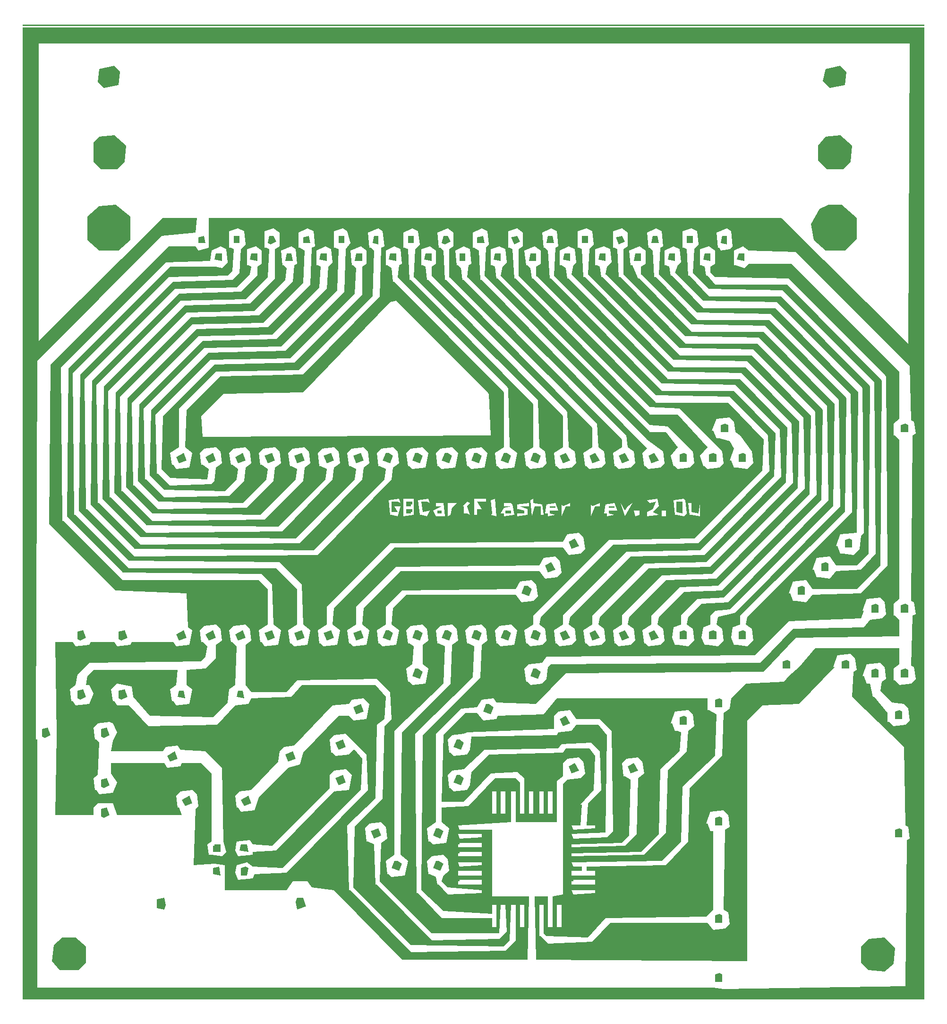
<source format=gbr>
G04 Created by reaConverter (www.reaconverter.com)*
%FSLAX44Y44*%
%MOIN*%
%ADD10C,0.001*%
%LNEXPORT*%
D02*
D10*
%LPD*%
G36*
X63750Y68750D02*
Y208D01*
X104D01*
Y68750D01*
X63750D01*
G37*
%LPC*%
G36*
X62708Y67604D02*
X1250D01*
Y46667D01*
X10000Y55312D01*
X12396D01*
X12292Y54271D01*
X9896Y54062D01*
X1146Y45208D01*
X1042Y19375D01*
Y18542D01*
X1146D01*
Y1042D01*
X48854D01*
X49583Y938D01*
X62396Y1146D01*
X62500Y11458D01*
X62708Y11562D01*
X62604Y12396D01*
X62396Y12500D01*
X62292Y18021D01*
X58646Y21562D01*
X58750Y23333D01*
X58958Y23438D01*
X58854Y24271D01*
X58542Y24583D01*
X57604Y24479D01*
X57292Y23646D01*
X57396D01*
X54896Y21042D01*
X52292Y20938D01*
X51250Y19896D01*
Y2917D01*
X36354Y3021D01*
X36250Y7500D01*
X37188D01*
Y5312D01*
X37500D01*
Y7500D01*
X38229Y7604D01*
Y15417D01*
X38542Y15729D01*
X39479Y15833D01*
X39792Y16146D01*
X39688Y16979D01*
X39375Y17292D01*
X38542Y17188D01*
X38229Y16875D01*
Y15938D01*
X37812Y15625D01*
Y12708D01*
X34896D01*
Y14896D01*
X34583D01*
Y12708D01*
X30833Y12500D01*
X30938Y12188D01*
X33229D01*
Y7500D01*
X35833D01*
X35729Y3021D01*
X26875D01*
X22083Y7917D01*
X20521Y8125D01*
X20208Y8542D01*
X19167D01*
X18750Y7917D01*
X14375D01*
Y9688D01*
X13646Y9792D01*
X12188Y9688D01*
X12292Y13646D01*
X12500Y13854D01*
X12396Y14688D01*
X12083Y15000D01*
X11250Y14896D01*
X10938Y14583D01*
X11042Y13750D01*
X11146D01*
X11354Y13229D01*
X6771D01*
X6458Y14062D01*
X5417D01*
X5104Y13750D01*
Y13229D01*
X2396D01*
X2500Y18854D01*
X2396Y25417D01*
X3646D01*
X3854Y25104D01*
X4792Y25208D01*
X4896Y25417D01*
X6562D01*
X6771Y25104D01*
X7708Y25208D01*
X7812Y25417D01*
X10729D01*
X10938Y25104D01*
X11875Y25208D01*
X12083Y26250D01*
X11771Y26458D01*
X11667Y28854D01*
X6667Y29062D01*
X1979Y33750D01*
X2083Y45000D01*
X10417Y53333D01*
X12292D01*
X12500Y53021D01*
X13229Y53229D01*
Y55312D01*
X53646D01*
X62604Y46458D01*
X62708Y67604D01*
G37*
%LPD*%
G36*
X49271Y2083D02*
X49479Y1979D01*
Y1458D01*
X48958D01*
Y1979D01*
X49271Y2083D01*
G37*
%LPC*%
G36*
X49583Y13542D02*
X48646Y13438D01*
X48333Y12604D01*
X48438D01*
X48646Y12083D01*
X48854D01*
Y6562D01*
X48333Y6042D01*
X41250Y5938D01*
X40000Y4583D01*
X37083Y4688D01*
X36875Y4896D01*
Y6875D01*
X36562D01*
Y4688D01*
X36667D01*
X37188Y4167D01*
X40312Y4271D01*
X41562Y5625D01*
X48438D01*
X48854Y5104D01*
X49688Y5208D01*
X50000Y5521D01*
X49896Y6354D01*
X49583Y6562D01*
X49688Y12188D01*
X50000Y12396D01*
X49896Y13229D01*
X49583Y13542D01*
G37*
%LPD*%
G36*
X49271Y6250D02*
X49479Y6146D01*
Y5625D01*
X48958D01*
Y6146D01*
X49271Y6250D01*
G37*
%LPD*%
G36*
X60938Y4583D02*
X61667Y3854D01*
X61562Y2708D01*
X60938Y2188D01*
X59792Y2292D01*
X59271Y2812D01*
Y3958D01*
X59792Y4479D01*
X60938Y4583D01*
G37*
%LPD*%
G36*
X3854Y4583D02*
X4583Y3958D01*
Y2812D01*
X4062Y2292D01*
X2708D01*
X2188Y2917D01*
X2292Y4062D01*
X2917Y4583D01*
X3854D01*
G37*
%LPC*%
G36*
X22917Y18958D02*
X22083Y18854D01*
X21771Y18542D01*
X21875Y17604D01*
X21979D01*
X22188Y17396D01*
X23125Y17500D01*
X23438Y17812D01*
X23542D01*
X24062Y17188D01*
X23958Y15000D01*
X18438Y9479D01*
X16354Y9583D01*
X15938Y9896D01*
X15208Y9688D01*
X15104Y9167D01*
X15312Y8646D01*
X16354Y8750D01*
X16458Y9062D01*
X18750Y9167D01*
X24479Y15000D01*
X24375Y17500D01*
X22917Y18958D01*
G37*
%LPD*%
G36*
X15833Y9583D02*
X16042Y9479D01*
X15938Y8958D01*
X15521D01*
Y9479D01*
X15833Y9583D01*
G37*
%LPC*%
G36*
X32500Y9271D02*
X30833D01*
Y8958D01*
X32500D01*
Y9271D01*
G37*
%LPD*%
G36*
X13958Y9583D02*
X14062Y8958D01*
X13542Y9062D01*
Y9479D01*
X13958Y9583D01*
G37*
%LPC*%
G36*
X40521Y8646D02*
X38958D01*
Y8542D01*
X38854D01*
Y8333D01*
X40521D01*
Y8646D01*
G37*
%LPC*%
G36*
X32500Y8646D02*
X30938D01*
Y8542D01*
X30833D01*
Y8333D01*
X32500D01*
Y8646D01*
G37*
%LPC*%
G36*
X40521Y7917D02*
X38854D01*
X38958Y7604D01*
X40521Y7708D01*
Y7917D01*
G37*
%LPD*%
G36*
X19896Y7396D02*
X20104Y6771D01*
X19479Y6562D01*
X19375Y7083D01*
X19479Y7396D01*
X19896D01*
G37*
%LPD*%
G36*
X10104Y7396D02*
X10208Y6875D01*
X10104Y6562D01*
X9583Y6667D01*
Y7292D01*
X10104Y7396D01*
G37*
%LPC*%
G36*
X38125Y6875D02*
X37812D01*
Y5312D01*
X38125D01*
Y6875D01*
G37*
%LPC*%
G36*
X35521Y6875D02*
X35208D01*
Y5312D01*
X35521D01*
Y6875D01*
G37*
%LPD*%
G36*
X61979Y12292D02*
X62188Y12188D01*
Y11667D01*
X61667D01*
Y12188D01*
X61979Y12292D01*
G37*
%LPC*%
G36*
X50938Y53333D02*
X50312Y53021D01*
Y51979D01*
X50417D01*
X51042Y51771D01*
X51354Y52083D01*
X54375D01*
X61979Y44479D01*
Y41146D01*
X61562Y40833D01*
Y40000D01*
X61667D01*
X61979Y39688D01*
Y28438D01*
X61562Y28125D01*
Y27292D01*
X61667D01*
X61979Y26979D01*
Y25833D01*
X54688Y25729D01*
X52396Y23333D01*
X38438Y23229D01*
X36354Y21042D01*
X33542Y21146D01*
X33333Y21458D01*
X32500Y21354D01*
X32188Y20833D01*
X31042Y20729D01*
X29271Y18958D01*
Y12708D01*
X28646Y12292D01*
X28750Y11354D01*
X28854D01*
X29062Y11146D01*
X30000Y11250D01*
X30208Y12292D01*
X29688Y12708D01*
Y13750D01*
X31562Y13854D01*
X33438Y15833D01*
X34896D01*
X35208Y15521D01*
Y13333D01*
X35521D01*
Y15833D01*
X35000Y16250D01*
X33125Y16146D01*
X31250Y14167D01*
X29688D01*
X29792Y18854D01*
X31354Y20417D01*
X32188D01*
X32604Y19896D01*
X33542Y20000D01*
X33646Y20208D01*
X36875Y20312D01*
X37812Y21458D01*
X48438D01*
Y20625D01*
X48542D01*
X49062Y20312D01*
X48958Y17396D01*
X46667Y15208D01*
X46562Y11354D01*
X45208Y10000D01*
X38854Y9896D01*
X38958Y9583D01*
X39583D01*
Y9271D01*
X38854D01*
Y8958D01*
X40521D01*
Y9271D01*
X39896D01*
Y9583D01*
X45521Y9688D01*
X47083Y11354D01*
X47188Y15104D01*
X49479Y17396D01*
X49583Y20417D01*
X50000Y20729D01*
X50104Y21458D01*
X51146Y22500D01*
X53854Y22604D01*
X54167Y23021D01*
X54896Y23646D01*
X56042Y25000D01*
X61979D01*
Y23854D01*
X61562Y23542D01*
Y22708D01*
X61667D01*
X61979Y22396D01*
X62812Y22500D01*
X63125Y22812D01*
X63021Y23646D01*
X62812Y23750D01*
X62917Y27292D01*
X63125Y27396D01*
X63021Y28229D01*
X62812Y28333D01*
X62917Y40000D01*
X63125Y40104D01*
X63021Y40938D01*
X62812Y41042D01*
X62708Y44896D01*
X54688Y52917D01*
X51354Y53021D01*
X50938Y53333D01*
G37*
%LPD*%
G36*
X29479Y12292D02*
X29792Y12083D01*
X29583Y11562D01*
X29062Y11771D01*
X29271Y12292D01*
X29479D01*
G37*
%LPC*%
G36*
X32500Y11875D02*
X30833D01*
X30938Y11562D01*
X32500Y11667D01*
Y11875D01*
G37*
%LPC*%
G36*
X25417Y12708D02*
X24583Y12604D01*
X24271Y12292D01*
X24375Y11354D01*
X24479D01*
X24896Y11146D01*
X25000Y8333D01*
X25104D01*
X28958Y4375D01*
X33750Y4479D01*
X34271Y5000D01*
X34167Y6875D01*
X33854D01*
X33750Y4896D01*
X28958D01*
X25312Y8542D01*
X25417Y11250D01*
X25833Y11562D01*
X25729Y12396D01*
X25417Y12708D01*
G37*
%LPD*%
G36*
X25208Y12292D02*
X25417Y11771D01*
X24896Y11562D01*
X24688Y12083D01*
X25208Y12292D01*
G37*
%LPC*%
G36*
X32500Y11250D02*
X30938D01*
Y11146D01*
X30833D01*
Y10938D01*
X32500D01*
Y11250D01*
G37*
%LPC*%
G36*
X22917Y16458D02*
X22083Y16354D01*
X21771Y16042D01*
Y15104D01*
X17708Y11042D01*
X16354Y11146D01*
X16146Y11458D01*
X15208Y11354D01*
X15104Y10729D01*
X15312Y10312D01*
X16354Y10417D01*
Y10625D01*
X18021Y10729D01*
X22083Y14896D01*
X23125Y15000D01*
X23333Y16042D01*
X22917Y16458D01*
G37*
%LPD*%
G36*
X15938Y11146D02*
X16042Y10625D01*
X15417Y10729D01*
X15521Y11146D01*
X15938D01*
G37*
%LPC*%
G36*
X6250Y19792D02*
X5417Y19688D01*
X5104Y19375D01*
X5208Y18542D01*
X5312D01*
X5521Y18333D01*
X5417Y16042D01*
X5104Y15833D01*
X5208Y15000D01*
X5312D01*
X5521Y14688D01*
X6458Y14792D01*
X6771Y15521D01*
X6354Y16146D01*
Y16875D01*
X10104D01*
X10312Y16562D01*
X11250Y16667D01*
X11354Y16875D01*
X12708D01*
X13438Y16146D01*
Y11354D01*
X13125Y11146D01*
X13229Y10417D01*
X13438D01*
X14167Y10312D01*
X14479Y10625D01*
X14271Y11354D01*
X14167Y16562D01*
X13021Y17708D01*
X11250Y17812D01*
X11042Y18125D01*
X10208Y18021D01*
X10000Y17708D01*
X6354D01*
X6458Y18438D01*
X6771Y19062D01*
X6458Y19688D01*
X6250Y19792D01*
G37*
%LPD*%
G36*
X14062Y11146D02*
Y10625D01*
X13542D01*
Y11042D01*
X13646D01*
Y11146D01*
X14062D01*
G37*
%LPC*%
G36*
X32500Y10625D02*
X30938D01*
Y10521D01*
X30833D01*
Y10312D01*
X32500D01*
Y10625D01*
G37*
%LPC*%
G36*
X29792Y10417D02*
X28958Y10312D01*
X28646Y10000D01*
X28750Y9062D01*
X28854D01*
X29271Y8854D01*
X29375Y8333D01*
X29479D01*
X30104Y7604D01*
X32500Y7708D01*
Y7917D01*
X30104Y8125D01*
X29688Y8542D01*
X29792Y8958D01*
X30208Y9271D01*
X30104Y10104D01*
X29792Y10417D01*
G37*
%LPD*%
G36*
X29479Y10000D02*
X29792Y9792D01*
X29583Y9271D01*
X29062Y9479D01*
X29271Y10000D01*
X29479D01*
G37*
%LPC*%
G36*
X30417Y26667D02*
X29583Y26562D01*
X29271Y26250D01*
X29375Y25312D01*
X29479D01*
X29896Y25104D01*
X29792Y22500D01*
X26354Y19167D01*
Y10417D01*
X25729Y10000D01*
X25833Y9062D01*
X25938D01*
X26146Y8854D01*
X27083Y8958D01*
X27292Y10000D01*
X26771Y10417D01*
X26875Y19062D01*
X30312Y22500D01*
X30417Y25208D01*
X30833Y25521D01*
X30729Y26354D01*
X30417Y26667D01*
G37*
%LPD*%
G36*
X26562Y10000D02*
X26875Y9792D01*
X26667Y9271D01*
X26146Y9479D01*
X26354Y10000D01*
X26562D01*
G37*
%LPC*%
G36*
X32500Y9896D02*
X30833D01*
X30938Y9583D01*
X32500Y9688D01*
Y9896D01*
G37*
%LPC*%
G36*
X40208Y18333D02*
X38125Y18229D01*
X37917Y17917D01*
X32708Y17812D01*
X31250Y16458D01*
X30417Y16354D01*
X30104Y16042D01*
X30208Y15104D01*
X30312D01*
X30521Y14896D01*
X31458Y15000D01*
X31667Y15312D01*
X31771Y16250D01*
X33021Y17500D01*
X38229Y17604D01*
X38438Y17917D01*
X40104D01*
X40521Y17396D01*
X40417Y15000D01*
X39479Y13958D01*
X39583D01*
X39479Y12500D01*
X38854D01*
X38958Y12188D01*
X40521Y12292D01*
Y12500D01*
X39896D01*
X40000Y14062D01*
X40938Y15000D01*
X40833Y17708D01*
X40208Y18333D01*
G37*
%LPD*%
G36*
X30938Y16042D02*
X31250Y15833D01*
X31042Y15312D01*
X30521Y15521D01*
X30729Y16042D01*
X30938D01*
G37*
%LPD*%
G36*
X22708Y16042D02*
X22917Y15521D01*
X22396Y15312D01*
X22188Y15833D01*
X22708Y16042D01*
G37*
%LPD*%
G36*
X6042Y15833D02*
X6250Y15312D01*
X5833Y15104D01*
X5625Y15208D01*
Y15729D01*
X6042Y15833D01*
G37*
%LPC*%
G36*
X24167Y21458D02*
X23333Y21354D01*
X23125Y21042D01*
X21979Y20938D01*
X19271Y18125D01*
X18542Y18021D01*
X18229Y17708D01*
X18125Y16979D01*
X16250Y15000D01*
X15417Y14896D01*
X15104Y14583D01*
X15208Y13750D01*
X15312D01*
X15521Y13438D01*
X16458Y13542D01*
X16771Y14479D01*
X18854Y16562D01*
X19688Y16771D01*
X19896Y17604D01*
X22396Y20208D01*
X23125D01*
X23438Y19896D01*
X24375Y20000D01*
X24583Y21042D01*
X24167Y21458D01*
G37*
%LPD*%
G36*
X16042Y14583D02*
X16250Y14062D01*
X15729Y13854D01*
X15521Y14271D01*
X16042Y14583D01*
G37*
%LPD*%
G36*
X11875Y14583D02*
X12083Y14062D01*
X11562Y13854D01*
X11354Y14271D01*
X11875Y14583D01*
G37*
%LPC*%
G36*
X37500Y14896D02*
X37188D01*
Y13333D01*
X37500D01*
Y14896D01*
G37*
%LPC*%
G36*
X36875Y14896D02*
X36562D01*
Y13333D01*
X36875D01*
Y14896D01*
G37*
%LPC*%
G36*
X36146Y14896D02*
X35833D01*
Y13333D01*
X36146D01*
Y14896D01*
G37*
%LPC*%
G36*
X34167Y14896D02*
X33854D01*
Y13333D01*
X34167D01*
Y14896D01*
G37*
%LPC*%
G36*
X33542Y14896D02*
X33229D01*
Y13333D01*
X33542D01*
Y14896D01*
G37*
%LPD*%
G36*
X49271Y13125D02*
X49479Y13021D01*
Y12500D01*
X48958D01*
Y13021D01*
X49271Y13125D01*
G37*
%LPD*%
G36*
X6042Y13750D02*
X6250Y13229D01*
X5833Y13021D01*
X5625Y13125D01*
Y13646D01*
X6042Y13750D01*
G37*
%LPD*%
G36*
X6042Y19375D02*
X6250Y18854D01*
X5833Y18646D01*
X5625Y18750D01*
Y19271D01*
X6042Y19375D01*
G37*
%LPD*%
G36*
X1875Y19375D02*
X2083Y18854D01*
X1667Y18646D01*
X1458Y18750D01*
Y19271D01*
X1875Y19375D01*
G37*
%LPC*%
G36*
X38750Y20625D02*
X37917Y20521D01*
X37604Y20208D01*
Y19271D01*
X31458Y19062D01*
X31250Y18958D01*
X30417Y18854D01*
X30104Y18542D01*
X30208Y17604D01*
X30312D01*
X30521Y17396D01*
X31458Y17500D01*
X31667Y17812D01*
X31771Y18750D01*
X37812Y18854D01*
X37917Y19062D01*
X38854Y19167D01*
X39167Y19583D01*
X40729D01*
X41354Y18854D01*
X41250Y11979D01*
X38854Y11875D01*
X38958Y11562D01*
X41354Y11667D01*
X41771Y12083D01*
X41667Y19167D01*
X40833Y20000D01*
X39167D01*
X38750Y20625D01*
G37*
%LPD*%
G36*
X30938Y18542D02*
X31250Y18333D01*
X31042Y17812D01*
X30521Y18021D01*
X30729Y18542D01*
X30938D01*
G37*
%LPD*%
G36*
X22708Y18542D02*
X22917Y18021D01*
X22396Y17812D01*
X22188Y18333D01*
X22708Y18542D01*
G37*
%LPD*%
G36*
X19167Y17708D02*
X19375Y17188D01*
X18854Y16979D01*
X18646Y17500D01*
X19167Y17708D01*
G37*
%LPD*%
G36*
X10833Y17708D02*
X11042Y17188D01*
X10521Y16979D01*
X10312Y17396D01*
X10833Y17708D01*
G37*
%LPC*%
G36*
X43542Y17292D02*
X42708Y17188D01*
X42396Y16875D01*
X42500Y15938D01*
X42604D01*
X43021Y15729D01*
X42917Y11771D01*
X42396Y11250D01*
X38854Y11146D01*
Y10938D01*
X42604Y11042D01*
X43438Y11875D01*
X43542Y15833D01*
X43958Y16146D01*
X43854Y16979D01*
X43542Y17292D01*
G37*
%LPD*%
G36*
X43229Y16875D02*
X43542Y16354D01*
X43021Y16146D01*
X42812Y16667D01*
X43229Y16875D01*
G37*
%LPD*%
G36*
X39062Y16875D02*
X39375Y16354D01*
X38854Y16146D01*
X38646Y16667D01*
X39062Y16875D01*
G37*
%LPC*%
G36*
X15833Y26667D02*
X15000Y26562D01*
X14688Y26250D01*
X14792Y25417D01*
X14896D01*
X15208Y25104D01*
X15104Y22396D01*
X14688Y22083D01*
X14583Y21146D01*
X13542Y20104D01*
X9062Y20208D01*
X7917Y21562D01*
X7812Y22292D01*
X6771Y22500D01*
X6354Y22083D01*
X6458Y21250D01*
X6562D01*
X6771Y20938D01*
X7604D01*
X8958Y19479D01*
X13854Y19583D01*
X15104Y20938D01*
X16042Y21042D01*
X16250Y21458D01*
X19062Y21562D01*
X19792Y22396D01*
X25000D01*
X25729Y21562D01*
X25625Y20000D01*
X25104Y19583D01*
X25000Y14375D01*
X23021Y12500D01*
X23125Y7917D01*
X23229D01*
X27500Y3542D01*
X34167Y3646D01*
X34896Y4375D01*
Y6875D01*
X34583D01*
X34479Y4375D01*
X34062Y3958D01*
X27500Y4062D01*
X23438Y8125D01*
X23542Y12396D01*
X25521Y14375D01*
X25625Y19479D01*
X26146Y20000D01*
X26042Y21875D01*
X25104Y22812D01*
X19479Y22708D01*
X18750Y21875D01*
X16250D01*
X15833Y22396D01*
Y25208D01*
X16250Y25521D01*
X16146Y26354D01*
X15833Y26667D01*
G37*
%LPD*%
G36*
X15625Y21979D02*
X15729Y21458D01*
X15208Y21562D01*
X15312Y21979D01*
X15625D01*
G37*
%LPC*%
G36*
X13750Y26667D02*
X12917Y26562D01*
X12604Y26250D01*
X12708Y25417D01*
X12812D01*
X13125Y25104D01*
X13021Y24375D01*
X12708Y24062D01*
X4792Y23958D01*
X3958Y23125D01*
X3854Y22396D01*
X3438Y22083D01*
X3542Y21250D01*
X3646D01*
X3854Y20938D01*
X4792Y21042D01*
X5104Y21771D01*
X4792Y22396D01*
X4583D01*
X4688Y23021D01*
X5104Y23438D01*
X11042D01*
X10938Y22396D01*
X10521Y22083D01*
X10625Y21250D01*
X10729D01*
X10938Y20938D01*
X11875Y21042D01*
X12083Y22083D01*
X11667Y22396D01*
Y23438D01*
X13021Y23542D01*
X13750Y24271D01*
Y25208D01*
X14167Y25521D01*
X14062Y26354D01*
X13750Y26667D01*
G37*
%LPD*%
G36*
X11458Y21979D02*
X11562Y21458D01*
X11042Y21562D01*
X11146Y21979D01*
X11458D01*
G37*
%LPD*%
G36*
X49271Y21458D02*
X49479Y21354D01*
Y20833D01*
X48958D01*
Y21354D01*
X49271Y21458D01*
G37*
%LPD*%
G36*
X7292Y22083D02*
X7500Y21562D01*
X7083Y21354D01*
X6875Y21458D01*
Y21979D01*
X7292Y22083D01*
G37*
%LPD*%
G36*
X4375Y22083D02*
X4583Y21562D01*
X4167Y21354D01*
X3958Y21458D01*
Y21979D01*
X4375Y22083D01*
G37*
%LPD*%
G36*
X33021Y21042D02*
X33333Y20833D01*
X33125Y20312D01*
X32604Y20521D01*
X32812Y21042D01*
X33021D01*
G37*
%LPC*%
G36*
X60625Y23958D02*
X59688Y23854D01*
X59375Y23021D01*
X59479D01*
X59688Y22500D01*
X59896D01*
X60104Y21562D01*
X60208D01*
X61146Y20417D01*
Y19792D01*
X61250D01*
X61562Y19479D01*
X62396Y19583D01*
X62708Y19896D01*
X62604Y20729D01*
X62292Y21042D01*
X61458Y21146D01*
X60625Y21979D01*
X60729Y22604D01*
X61042Y22812D01*
X60938Y23646D01*
X60625Y23958D01*
G37*
%LPD*%
G36*
X61979Y20625D02*
X62188Y20521D01*
Y20000D01*
X61667D01*
Y20521D01*
X61979Y20625D01*
G37*
%LPD*%
G36*
X23958Y21042D02*
X24167Y20521D01*
X23646Y20312D01*
X23438Y20833D01*
X23958Y21042D01*
G37*
%LPC*%
G36*
X47083Y20625D02*
X46146Y20521D01*
X45833Y19688D01*
X45938D01*
X46146Y19167D01*
X46354D01*
X46562Y19062D01*
X46458Y17708D01*
X45104Y16458D01*
X45000Y11875D01*
X43750Y10625D01*
X38854Y10521D01*
Y10312D01*
X43958Y10417D01*
X45521Y11979D01*
X45625Y16354D01*
X46979Y17708D01*
X47083Y19167D01*
X47500Y19479D01*
X47396Y20312D01*
X47083Y20625D01*
G37*
%LPD*%
G36*
X46771Y20208D02*
X46979Y20104D01*
Y19583D01*
X46458D01*
Y20104D01*
X46771Y20208D01*
G37*
%LPD*%
G36*
X38438Y20208D02*
X38750Y19688D01*
X38229Y19479D01*
X38021Y20000D01*
X38438Y20208D01*
G37*
%LPC*%
G36*
X44792Y54583D02*
X44167Y54271D01*
X44271Y53229D01*
X44375D01*
X44583Y53021D01*
X44688Y51146D01*
X44792D01*
X47708Y48125D01*
X52812D01*
X58229Y42604D01*
X58125Y34583D01*
X50729Y27292D01*
Y26667D01*
X50208Y26458D01*
X50104Y25729D01*
X50312Y25208D01*
X50521D01*
X51250Y25104D01*
X51667Y25521D01*
X51562Y26354D01*
X51146Y26667D01*
X51250Y27188D01*
X58646Y34583D01*
X58542Y42917D01*
X52917Y48542D01*
X47708Y48646D01*
X45000Y51354D01*
X45104Y53229D01*
X45312Y53333D01*
X45208Y54375D01*
X44792Y54583D01*
G37*
%LPD*%
G36*
X50938Y26250D02*
X51146Y26146D01*
Y25625D01*
X50625D01*
Y26146D01*
X50938Y26250D01*
G37*
%LPC*%
G36*
X43646Y53333D02*
X42917Y53021D01*
X43021Y51979D01*
X43125D01*
X43542Y51042D01*
X43646D01*
X47292Y47292D01*
X52396D01*
X57396Y42188D01*
X57292Y35000D01*
X50000Y27708D01*
X48958Y27604D01*
X48646Y27292D01*
Y26667D01*
X48125Y26458D01*
X48021Y25729D01*
X48229Y25208D01*
X48438D01*
X49167Y25104D01*
X49583Y25521D01*
X49479Y26354D01*
X49062Y26667D01*
X49167Y27188D01*
X50417Y27500D01*
X57812Y35000D01*
X57708Y42500D01*
X52500Y47708D01*
X47292Y47812D01*
X43750Y51354D01*
Y51875D01*
X44062Y52083D01*
Y53021D01*
X43646Y53333D01*
G37*
%LPD*%
G36*
X48854Y26250D02*
X49062Y26146D01*
Y25625D01*
X48542D01*
Y26146D01*
X48854Y26250D01*
G37*
%LPC*%
G36*
X42396Y54583D02*
X41771Y54375D01*
Y53229D01*
X41875D01*
X42083Y53125D01*
X42188Y51146D01*
X42292D01*
X46875Y46458D01*
X51979D01*
X56562Y41771D01*
X56458Y35417D01*
X49583Y28542D01*
X47708Y28438D01*
X46562Y27292D01*
Y26667D01*
X46042Y26458D01*
X45938Y25729D01*
X46146Y25208D01*
X46354D01*
X47083Y25104D01*
X47500Y25521D01*
X47396Y26354D01*
X46979Y26667D01*
X47083Y27188D01*
X48021Y28125D01*
X49896Y28229D01*
X56979Y35417D01*
X56875Y42083D01*
X52083Y46875D01*
X46875Y46979D01*
X42500Y51354D01*
Y53125D01*
X42812Y53333D01*
Y54271D01*
X42396Y54583D01*
G37*
%LPD*%
G36*
X46771Y26250D02*
X46979Y26146D01*
Y25625D01*
X46458D01*
Y26146D01*
X46771Y26250D01*
G37*
%LPC*%
G36*
X41146Y53333D02*
X40521Y53125D01*
Y51979D01*
X40625D01*
X40833Y51875D01*
X40938Y51146D01*
X41042D01*
X46458Y45625D01*
X51562D01*
X55729Y41354D01*
X55625Y35833D01*
X49167Y29375D01*
X46458Y29271D01*
X44479Y27292D01*
Y26667D01*
X43854Y26250D01*
X43958Y25312D01*
X44062D01*
X44271Y25104D01*
X45104Y25208D01*
X45417Y25521D01*
X45312Y26354D01*
X44896Y26667D01*
X45000Y27188D01*
X46771Y28958D01*
X49479Y29062D01*
X56146Y35833D01*
X56042Y41667D01*
X51667Y46042D01*
X46458Y46146D01*
X41250Y51354D01*
X41354Y51875D01*
X41667Y52188D01*
X41562Y53125D01*
X41146Y53333D01*
G37*
%LPD*%
G36*
X44688Y26250D02*
X45000Y25729D01*
X44479Y25521D01*
X44271Y26042D01*
X44688Y26250D01*
G37*
%LPC*%
G36*
X39896Y54583D02*
X39271Y54375D01*
Y53229D01*
X39375D01*
X39583Y53125D01*
X39688Y51146D01*
X39792D01*
X46042Y44792D01*
X51146D01*
X54896Y40938D01*
X54792Y36250D01*
X48750Y30208D01*
X45208Y30104D01*
X42396Y27292D01*
Y26667D01*
X41771Y26250D01*
X41875Y25312D01*
X41979D01*
X42188Y25104D01*
X43021Y25208D01*
X43333Y25521D01*
X43229Y26354D01*
X42812Y26667D01*
X42917Y27188D01*
X45521Y29792D01*
X49062Y29896D01*
X55312Y36250D01*
X55208Y41250D01*
X51250Y45208D01*
X46042Y45312D01*
X40000Y51354D01*
X40104Y53125D01*
X40417Y53438D01*
X40312Y54375D01*
X39896Y54583D01*
G37*
%LPD*%
G36*
X42604Y26250D02*
X42917Y25729D01*
X42396Y25521D01*
X42188Y26042D01*
X42604Y26250D01*
G37*
%LPC*%
G36*
X38646Y53333D02*
X38021Y53021D01*
Y51979D01*
X38125D01*
X38438Y51771D01*
X38542Y51042D01*
X38646D01*
X45625Y43958D01*
X50729D01*
X54062Y40521D01*
X53958Y36667D01*
X48333Y31042D01*
X43958Y30938D01*
X40312Y27292D01*
Y26667D01*
X39688Y26250D01*
X39792Y25312D01*
X39896D01*
X40104Y25104D01*
X40938Y25208D01*
X41250Y25521D01*
X41146Y26354D01*
X40729Y26667D01*
X40833Y27188D01*
X44271Y30625D01*
X48646Y30729D01*
X54479Y36667D01*
X54375Y40833D01*
X50833Y44375D01*
X45625Y44479D01*
X38854Y51354D01*
X38958Y51979D01*
X39167Y52188D01*
X39062Y53125D01*
X38646Y53333D01*
G37*
%LPD*%
G36*
X40521Y26250D02*
X40833Y25729D01*
X40312Y25521D01*
X40104Y26042D01*
X40521Y26250D01*
G37*
%LPC*%
G36*
X37396Y54583D02*
X36771Y54271D01*
X36875Y53229D01*
X36979D01*
X37188Y53021D01*
X37292Y51042D01*
X37396D01*
X45208Y43125D01*
X50312D01*
X53229Y40104D01*
X53125Y37083D01*
X47917Y31875D01*
X42708Y31771D01*
X38229Y27292D01*
Y26667D01*
X37604Y26250D01*
X37708Y25312D01*
X37812D01*
X38021Y25104D01*
X38854Y25208D01*
X39167Y25521D01*
X39062Y26354D01*
X38646Y26667D01*
X38750Y27188D01*
X43021Y31458D01*
X48229Y31562D01*
X53646Y37083D01*
X53542Y40417D01*
X50417Y43542D01*
X45208Y43646D01*
X37604Y51250D01*
X37708Y53229D01*
X37917Y53333D01*
X37812Y54375D01*
X37396Y54583D01*
G37*
%LPD*%
G36*
X38438Y26250D02*
X38750Y25729D01*
X38229Y25521D01*
X38021Y26042D01*
X38438Y26250D01*
G37*
%LPC*%
G36*
X36250Y53333D02*
X35521Y53021D01*
X35625Y51979D01*
X35729D01*
X35938Y51771D01*
X36042Y51042D01*
X36146D01*
X44792Y42292D01*
X49896D01*
X52396Y39688D01*
X52292Y37500D01*
X47500Y32708D01*
X41458Y32604D01*
X36146Y27292D01*
Y26667D01*
X35521Y26250D01*
X35625Y25312D01*
X35729D01*
X35938Y25104D01*
X36771Y25208D01*
X37083Y25521D01*
X36979Y26354D01*
X36562Y26667D01*
X36667Y27188D01*
X41771Y32292D01*
X47812Y32396D01*
X52812Y37500D01*
X52708Y40000D01*
X50000Y42708D01*
X44792Y42812D01*
X36354Y51250D01*
Y51875D01*
X36667Y52083D01*
Y53021D01*
X36250Y53333D01*
G37*
%LPD*%
G36*
X36354Y26250D02*
X36667Y26042D01*
X36458Y25521D01*
X35938Y25729D01*
X36146Y26250D01*
X36354D01*
G37*
%LPC*%
G36*
X34583Y26667D02*
X33750Y26562D01*
X33438Y26250D01*
X33542Y25312D01*
X33646D01*
X33854Y25104D01*
X34792Y25208D01*
X35000Y26250D01*
X34583Y26667D01*
G37*
%LPD*%
G36*
X34271Y26250D02*
X34583Y26042D01*
X34375Y25521D01*
X33854Y25729D01*
X34062Y26250D01*
X34271D01*
G37*
%LPC*%
G36*
X32500Y26667D02*
X31667Y26562D01*
X31354Y26250D01*
X31458Y25312D01*
X31562D01*
X31979Y25104D01*
X31875Y22917D01*
X27812Y18958D01*
X27917Y7708D01*
X28021D01*
X29688Y5938D01*
X33229D01*
Y5312D01*
X33542D01*
Y6875D01*
X33229D01*
Y6250D01*
X29792Y6458D01*
X28229Y7917D01*
X28333Y18854D01*
X32396Y22917D01*
X32500Y25208D01*
X32917Y25521D01*
X32812Y26354D01*
X32500Y26667D01*
G37*
%LPD*%
G36*
X32188Y26250D02*
X32500Y26042D01*
X32292Y25521D01*
X31771Y25729D01*
X31979Y26250D01*
X32188D01*
G37*
%LPD*%
G36*
X30104Y26250D02*
X30417Y26042D01*
X30208Y25521D01*
X29688Y25729D01*
X29896Y26250D01*
X30104D01*
G37*
%LPC*%
G36*
X28333Y26667D02*
X27500Y26562D01*
X27188Y26250D01*
X27292Y25312D01*
X27396D01*
X27708Y25104D01*
X27604Y23854D01*
X27188Y23542D01*
X27292Y22604D01*
X27396D01*
X27604Y22396D01*
X28542Y22500D01*
X28750Y23542D01*
X28333Y23854D01*
Y25208D01*
X28750Y25521D01*
X28646Y26354D01*
X28333Y26667D01*
G37*
%LPD*%
G36*
X28021Y26250D02*
X28333Y26042D01*
X28125Y25521D01*
X27604Y25729D01*
X27812Y26250D01*
X28021D01*
G37*
%LPC*%
G36*
X36042Y29792D02*
X35208Y29688D01*
X34896Y29167D01*
X26875Y29062D01*
X25729Y27917D01*
Y26667D01*
X25104Y26250D01*
X25208Y25312D01*
X25312D01*
X25521Y25104D01*
X26458Y25208D01*
X26667Y26250D01*
X26146Y26667D01*
X26250Y27812D01*
X27188Y28750D01*
X34896D01*
X35312Y28229D01*
X36146Y28333D01*
X36458Y28646D01*
X36354Y29479D01*
X36042Y29792D01*
G37*
%LPD*%
G36*
X25938Y26250D02*
X26250Y26042D01*
X26042Y25521D01*
X25521Y25729D01*
X25729Y26250D01*
X25938D01*
G37*
%LPC*%
G36*
X37708Y31458D02*
X36875Y31354D01*
X36562Y30833D01*
X26458Y30729D01*
X23646Y27917D01*
Y26667D01*
X23021Y26250D01*
X23125Y25312D01*
X23229D01*
X23438Y25104D01*
X24375Y25208D01*
X24583Y26250D01*
X24062Y26667D01*
X24167Y27812D01*
X26771Y30417D01*
X36562D01*
X36979Y29896D01*
X37812Y30000D01*
X38125Y30312D01*
X38021Y31146D01*
X37708Y31458D01*
G37*
%LPD*%
G36*
X23958Y26250D02*
X24167Y25729D01*
X23646Y25521D01*
X23438Y26042D01*
X23958Y26250D01*
G37*
%LPC*%
G36*
X39375Y33125D02*
X38542Y33021D01*
X38229Y32500D01*
X26042Y32396D01*
X21562Y27917D01*
Y26667D01*
X20938Y26250D01*
X21042Y25312D01*
X21146D01*
X21354Y25104D01*
X22292Y25208D01*
X22500Y26250D01*
X21979Y26667D01*
X22083Y27812D01*
X26354Y32083D01*
X38229D01*
X38646Y31562D01*
X39479Y31667D01*
X39792Y31979D01*
X39688Y32812D01*
X39375Y33125D01*
G37*
%LPD*%
G36*
X21875Y26250D02*
X22083Y25729D01*
X21562Y25521D01*
X21354Y26042D01*
X21875Y26250D01*
G37*
%LPC*%
G36*
X15312Y54583D02*
X14688Y54375D01*
Y53229D01*
X14792D01*
X15000Y53125D01*
X14896Y51562D01*
X14583Y51250D01*
X10417Y51146D01*
X3646Y44375D01*
X3750Y34375D01*
X3854D01*
X7604Y30625D01*
X18021D01*
X19479Y29167D01*
Y26667D01*
X18854Y26250D01*
X18958Y25312D01*
X19062D01*
X19271Y25104D01*
X20208Y25208D01*
X20417Y26250D01*
X19896Y26667D01*
X19792Y29479D01*
X18229Y31042D01*
X7604Y31146D01*
X4062Y34688D01*
X4167Y44271D01*
X10729Y50833D01*
X14896Y50938D01*
X15417Y51458D01*
X15521Y53125D01*
X15833Y53438D01*
X15729Y54375D01*
X15312Y54583D01*
G37*
%LPD*%
G36*
X19792Y26250D02*
X20000Y25729D01*
X19479Y25521D01*
X19271Y26042D01*
X19792Y26250D01*
G37*
%LPC*%
G36*
X14062Y53333D02*
X13438Y53021D01*
X13333Y52292D01*
X10208Y52188D01*
X2812Y44792D01*
X2917Y33958D01*
X3021D01*
X7188Y29792D01*
X16771D01*
X17396Y29167D01*
Y26667D01*
X16771Y26250D01*
X16875Y25417D01*
X16979D01*
X17188Y25104D01*
X18125Y25208D01*
X18333Y26250D01*
X17812Y26667D01*
X17708Y29479D01*
X16979Y30208D01*
X7188Y30312D01*
X3229Y34271D01*
X3333Y44688D01*
X10521Y51875D01*
X13750D01*
X14167Y51771D01*
X14583Y52188D01*
X14479Y53125D01*
X14062Y53333D01*
G37*
%LPD*%
G36*
X17708Y26250D02*
X17917Y25729D01*
X17396Y25521D01*
X17188Y26042D01*
X17708Y26250D01*
G37*
%LPD*%
G36*
X15625Y26250D02*
X15833Y25729D01*
X15312Y25521D01*
X15104Y25938D01*
X15625Y26250D01*
G37*
%LPD*%
G36*
X13542Y26250D02*
X13750Y25729D01*
X13229Y25521D01*
X13021Y25938D01*
X13542Y26250D01*
G37*
%LPD*%
G36*
X11458Y26250D02*
X11667Y25729D01*
X11146Y25521D01*
X10938Y25938D01*
X11458Y26250D01*
G37*
%LPD*%
G36*
X7292Y26250D02*
X7500Y25729D01*
X7083Y25521D01*
X6875Y25625D01*
Y26146D01*
X7292Y26250D01*
G37*
%LPD*%
G36*
X4375Y26250D02*
X4583Y25729D01*
X4167Y25521D01*
X3958Y25625D01*
Y26146D01*
X4375Y26250D01*
G37*
%LPD*%
G36*
X58229Y24167D02*
X58438Y24062D01*
Y23542D01*
X57917D01*
Y24062D01*
X58229Y24167D01*
G37*
%LPD*%
G36*
X54062Y24167D02*
X54271Y24062D01*
Y23542D01*
X53750D01*
Y24062D01*
X54062Y24167D01*
G37*
%LPD*%
G36*
X62396Y23542D02*
X62604Y23438D01*
Y22917D01*
X62083D01*
Y23438D01*
X62396Y23542D01*
G37*
%LPD*%
G36*
X60312Y23542D02*
X60521Y23438D01*
Y22917D01*
X60000D01*
Y23438D01*
X60312Y23542D01*
G37*
%LPC*%
G36*
X60625Y28542D02*
X59688Y28438D01*
X59375Y27604D01*
X59479D01*
X59271Y27083D01*
X54167Y26875D01*
X51771Y24479D01*
X37083Y24375D01*
X36771Y23958D01*
X35833Y23854D01*
X35521Y23542D01*
X35625Y22604D01*
X35729D01*
X35938Y22396D01*
X36771Y22500D01*
X37083Y22812D01*
X37188Y23646D01*
X37396Y23854D01*
X52188Y23958D01*
X54479Y26354D01*
X59479Y26458D01*
X59896Y26979D01*
X60729Y27083D01*
X61042Y27396D01*
X60938Y28229D01*
X60625Y28542D01*
G37*
%LPD*%
G36*
X36354Y23542D02*
X36667Y23333D01*
X36458Y22812D01*
X35938Y23021D01*
X36146Y23542D01*
X36354D01*
G37*
%LPD*%
G36*
X28021Y23542D02*
X28333Y23333D01*
X28125Y22812D01*
X27604Y23021D01*
X27812Y23542D01*
X28021D01*
G37*
%LPC*%
G36*
X48542Y53333D02*
X47917Y53125D01*
Y51979D01*
X48021D01*
X48229Y51875D01*
X48333Y51250D01*
X48438D01*
X48958Y50625D01*
X54062D01*
X60729Y43854D01*
X60625Y30833D01*
X58958Y29167D01*
X55833D01*
X55417Y29792D01*
X54479Y29688D01*
X54167Y28854D01*
X54271D01*
X54479Y28333D01*
X54688D01*
X55417Y28229D01*
X55833Y28750D01*
X59271Y28854D01*
X61146Y30833D01*
X61042Y44167D01*
X54167Y51042D01*
X48958Y51146D01*
X48646Y51458D01*
Y51875D01*
X48958Y52083D01*
Y53021D01*
X48542Y53333D01*
G37*
%LPD*%
G36*
X55104Y29375D02*
X55312Y29271D01*
Y28750D01*
X54792D01*
Y29271D01*
X55104Y29375D01*
G37*
%LPD*%
G36*
X35729Y29375D02*
X36042Y29167D01*
X35833Y28646D01*
X35312Y28854D01*
X35521Y29375D01*
X35729D01*
G37*
%LPD*%
G36*
X62396Y28125D02*
X62604Y28021D01*
Y27500D01*
X62083D01*
Y28021D01*
X62396Y28125D01*
G37*
%LPD*%
G36*
X60312Y28125D02*
X60521Y28021D01*
Y27500D01*
X60000D01*
Y28021D01*
X60312Y28125D01*
G37*
%LPC*%
G36*
X46042Y53333D02*
X45417Y53021D01*
Y51979D01*
X45521D01*
X45729Y51875D01*
X45833Y51250D01*
X45938D01*
X48125Y48958D01*
X53229D01*
X59062Y43021D01*
X58958Y33125D01*
X57812Y33021D01*
X57500Y32188D01*
X57604D01*
X57812Y31667D01*
X58021D01*
X58750Y31562D01*
X59167Y31979D01*
X59271Y32917D01*
X59479Y33125D01*
X59375Y43333D01*
X53333Y49375D01*
X48125Y49479D01*
X46146Y51458D01*
X46354Y51979D01*
X46562Y52188D01*
X46458Y53125D01*
X46042Y53333D01*
G37*
%LPD*%
G36*
X58438Y32708D02*
X58646Y32604D01*
Y32083D01*
X58125D01*
Y32604D01*
X58438Y32708D01*
G37*
%LPD*%
G36*
X39062Y32708D02*
X39375Y32188D01*
X38854Y31979D01*
X38646Y32500D01*
X39062Y32708D01*
G37*
%LPC*%
G36*
X47292Y54583D02*
X46667Y54375D01*
Y53229D01*
X46771D01*
X46979Y53125D01*
X47083Y51250D01*
X47188D01*
X48542Y49792D01*
X53646D01*
X59896Y43438D01*
X59792Y31667D01*
X58958Y30833D01*
X57500D01*
X57083Y31458D01*
X56146Y31354D01*
X55833Y30521D01*
X55938D01*
X56146Y30000D01*
X56354D01*
X57083Y29896D01*
X57500Y30417D01*
X59271Y30521D01*
X60312Y31667D01*
X60208Y43750D01*
X53750Y50208D01*
X48542Y50312D01*
X47396Y51458D01*
X47500Y53125D01*
X47812Y53438D01*
X47708Y54375D01*
X47292Y54583D01*
G37*
%LPD*%
G36*
X56771Y31042D02*
X56979Y30938D01*
Y30417D01*
X56458D01*
Y30938D01*
X56771Y31042D01*
G37*
%LPD*%
G36*
X37396Y31042D02*
X37708Y30521D01*
X37188Y30312D01*
X36979Y30833D01*
X37396Y31042D01*
G37*
%LPC*%
G36*
X44896Y35521D02*
X44167Y35417D01*
X44375Y35208D01*
X44792Y35312D01*
X44583Y34792D01*
X44167Y34583D01*
Y34271D01*
X45000Y34375D01*
X44583Y34583D01*
X45000Y35000D01*
X44896Y35521D01*
G37*
%LPC*%
G36*
X30729Y35208D02*
X30104D01*
Y34271D01*
X30312Y34375D01*
X30417Y34896D01*
X30729Y35208D01*
G37*
%LPC*%
G36*
X40833Y35208D02*
X40312Y35000D01*
X40208Y35104D01*
Y34271D01*
X40521Y35000D01*
X40833D01*
Y35208D01*
G37*
%LPC*%
G36*
X38750Y35208D02*
X38229Y35000D01*
X38125Y35104D01*
Y34271D01*
X38438Y35000D01*
X38750D01*
Y35208D01*
G37*
%LPC*%
G36*
X27708Y35521D02*
X26979D01*
Y34271D01*
X27708Y34375D01*
Y35521D01*
G37*
%LPD*%
G36*
X27604Y35312D02*
Y35104D01*
X27500D01*
Y35000D01*
X27188D01*
Y35312D01*
X27604D01*
G37*
%LPC*%
G36*
X41875Y35208D02*
X41250Y35104D01*
X41146Y34479D01*
X41354D01*
Y34271D01*
X41875Y34375D01*
X41458Y34479D01*
Y34688D01*
X42083D01*
X41875Y35208D01*
G37*
%LPD*%
G36*
X41875Y35000D02*
Y34896D01*
X41458D01*
Y35000D01*
X41875D01*
G37*
%LPC*%
G36*
X37708Y35208D02*
X37083Y35104D01*
X36979Y34479D01*
X37188D01*
Y34271D01*
X37708Y34375D01*
X37292Y34479D01*
Y34688D01*
X37917D01*
X37708Y35208D01*
G37*
%LPD*%
G36*
X37708Y35000D02*
Y34896D01*
X37292D01*
Y35000D01*
X37708D01*
G37*
%LPC*%
G36*
X43125Y35208D02*
X42812Y35000D01*
X42604Y34688D01*
X42292Y35208D01*
X42604Y34271D01*
X43125Y35208D01*
G37*
%LPC*%
G36*
X35833Y35208D02*
X35000Y35104D01*
Y34792D01*
X35104D01*
X35521Y34688D01*
Y34479D01*
X35000D01*
Y34271D01*
X35729Y34375D01*
Y34792D01*
X35208Y35000D01*
X35833D01*
Y35208D01*
G37*
%LPC*%
G36*
X47917Y35208D02*
X47812Y34479D01*
X47292Y34583D01*
Y35208D01*
X47083D01*
X47188Y34375D01*
X47292D01*
X47917Y34271D01*
Y35208D01*
G37*
%LPC*%
G36*
X46771Y35521D02*
X46042Y35417D01*
X46146Y34375D01*
X46250D01*
X46771Y34271D01*
X46979Y34479D01*
X46875Y35417D01*
X46771Y35521D01*
G37*
%LPD*%
G36*
X46667Y35312D02*
Y34479D01*
X46250Y34583D01*
Y35312D01*
X46667D01*
G37*
%LPC*%
G36*
X34583Y35208D02*
X34062D01*
Y35000D01*
X34583D01*
X34062Y34896D01*
X33854Y34479D01*
X34062D01*
Y34271D01*
X34792Y34375D01*
X34688Y35104D01*
X34583Y35208D01*
G37*
%LPD*%
G36*
X34583Y34688D02*
Y34479D01*
X34167D01*
Y34688D01*
X34583D01*
G37*
%LPC*%
G36*
X31458Y35312D02*
X31146Y35000D01*
X31250D01*
Y34479D01*
X31458D01*
X31667Y34375D01*
X31458Y35000D01*
X31667Y35208D01*
X31458Y35312D01*
G37*
%LPC*%
G36*
X29792Y35208D02*
X29271D01*
Y35000D01*
X29688D01*
X29062Y34688D01*
X29271Y34271D01*
X29896D01*
X29792Y35208D01*
G37*
%LPD*%
G36*
X29688Y34688D02*
Y34479D01*
X29375D01*
Y34688D01*
X29688D01*
G37*
%LPD*%
G36*
X27604Y34792D02*
Y34583D01*
X27500D01*
Y34479D01*
X27188D01*
Y34792D01*
X27604D01*
G37*
%LPC*%
G36*
X32812Y35521D02*
X31979D01*
Y34375D01*
X32188D01*
Y34792D01*
X32500D01*
X32188Y35312D01*
X32812D01*
Y35521D01*
G37*
%LPC*%
G36*
X45521Y34688D02*
X45208D01*
Y34271D01*
X45521D01*
Y34688D01*
G37*
%LPC*%
G36*
X43646Y34688D02*
X43229D01*
X43333Y34271D01*
X43646Y34375D01*
Y34688D01*
G37*
%LPC*%
G36*
X36146Y35521D02*
X35938Y35417D01*
X36042Y34271D01*
X36250Y35000D01*
X36667D01*
Y34375D01*
X36875D01*
X36771Y35104D01*
X36146Y35208D01*
Y35521D01*
G37*
%LPC*%
G36*
X33438Y35521D02*
X33125Y35417D01*
X33229Y34479D01*
X33125Y34375D01*
X33542Y34271D01*
X33438Y35521D01*
G37*
%LPC*%
G36*
X28750Y35521D02*
X28021Y35417D01*
X28125Y34375D01*
X28229D01*
X28646Y34271D01*
X28854Y34688D01*
X28333Y34583D01*
X28229Y35312D01*
X28646D01*
X28854Y35208D01*
X28750Y35521D01*
G37*
%LPC*%
G36*
X26667Y35521D02*
X25938Y35417D01*
X26042Y34375D01*
X26146D01*
X26562Y34271D01*
X26771Y35000D01*
X26354D01*
X26562Y34583D01*
X26146D01*
Y35312D01*
X26562D01*
X26771Y35208D01*
X26667Y35521D01*
G37*
%LPC*%
G36*
X50000Y41250D02*
X49062Y41146D01*
X48750Y40312D01*
X48854D01*
X49062Y39792D01*
X49271D01*
X50000Y39583D01*
X50312Y39062D01*
X50000Y38229D01*
X50104D01*
X50312Y37708D01*
X50521D01*
X51250Y37604D01*
X51667Y38021D01*
X51562Y38854D01*
X50729Y40000D01*
X50417Y40208D01*
X50312Y40938D01*
X50000Y41250D01*
G37*
%LPD*%
G36*
X50938Y38750D02*
X51146Y38646D01*
Y38125D01*
X50625D01*
Y38646D01*
X50938Y38750D01*
G37*
%LPC*%
G36*
X35000Y54583D02*
X34375Y54375D01*
Y53229D01*
X34479D01*
X34688Y53125D01*
X34792Y51042D01*
X34896D01*
X44375Y41458D01*
X46354D01*
X48438Y39167D01*
X47917Y38542D01*
X48125Y37812D01*
X48229D01*
X48438Y37604D01*
X49271Y37708D01*
X49583Y38021D01*
X49479Y38854D01*
X46458Y41875D01*
X44375Y41979D01*
X35104Y51250D01*
Y53125D01*
X35417Y53333D01*
Y54271D01*
X35000Y54583D01*
G37*
%LPD*%
G36*
X48854Y38750D02*
X49062Y38646D01*
Y38125D01*
X48542D01*
Y38646D01*
X48854Y38750D01*
G37*
%LPC*%
G36*
X33750Y53333D02*
X33125Y53125D01*
Y51979D01*
X33229D01*
X33438Y51875D01*
X33542Y51042D01*
X33646D01*
X44375Y40208D01*
X45521D01*
X46354Y39167D01*
X45833Y38542D01*
X46042Y37812D01*
X46146D01*
X46354Y37604D01*
X47188Y37708D01*
X47500Y38021D01*
X47396Y38854D01*
X45625Y40625D01*
X44375Y40729D01*
X33854Y51250D01*
X33958Y51875D01*
X34271Y52188D01*
X34167Y53125D01*
X33750Y53333D01*
G37*
%LPD*%
G36*
X46771Y38750D02*
X46979Y38646D01*
Y38125D01*
X46458D01*
Y38646D01*
X46771Y38750D01*
G37*
%LPC*%
G36*
X32500Y54583D02*
X31875Y54271D01*
Y53229D01*
X31979D01*
X32292Y53021D01*
X32396Y50938D01*
X32500D01*
X44167Y39062D01*
X43854Y38750D01*
X43958Y37812D01*
X44062D01*
X44271Y37604D01*
X45104Y37708D01*
X45417Y38021D01*
X45312Y38854D01*
X44167Y39688D01*
X32708Y51250D01*
X32812Y53229D01*
X33021Y53438D01*
X32917Y54375D01*
X32500Y54583D01*
G37*
%LPD*%
G36*
X44688Y38750D02*
X45000Y38229D01*
X44479Y38021D01*
X44271Y38542D01*
X44688Y38750D01*
G37*
%LPC*%
G36*
X31250Y53333D02*
X30625Y53021D01*
X30729Y51979D01*
X30833D01*
X31042Y51771D01*
X31146Y50938D01*
X31250D01*
X42396Y39688D01*
Y39167D01*
X41771Y38750D01*
X41875Y37812D01*
X41979D01*
X42188Y37604D01*
X43021Y37708D01*
X43333Y38021D01*
X43229Y38854D01*
X42812Y39167D01*
X42708Y40000D01*
X31458Y51146D01*
X31562Y51979D01*
X31771Y52083D01*
X31667Y53125D01*
X31250Y53333D01*
G37*
%LPD*%
G36*
X42604Y38750D02*
X42917Y38229D01*
X42396Y38021D01*
X42188Y38542D01*
X42604Y38750D01*
G37*
%LPC*%
G36*
X30104Y54583D02*
X29375Y54271D01*
X29479Y53229D01*
X29583D01*
X29792Y53021D01*
X29896Y50938D01*
X30000D01*
X40312Y40521D01*
Y39167D01*
X39688Y38750D01*
X39792Y37812D01*
X39896D01*
X40104Y37604D01*
X40938Y37708D01*
X41250Y38021D01*
X41146Y38854D01*
X40729Y39167D01*
X40625Y40833D01*
X30208Y51146D01*
Y53125D01*
X30521Y53333D01*
Y54271D01*
X30104Y54583D01*
G37*
%LPD*%
G36*
X40521Y38750D02*
X40833Y38229D01*
X40312Y38021D01*
X40104Y38542D01*
X40521Y38750D01*
G37*
%LPC*%
G36*
X28854Y53333D02*
X28229Y53125D01*
Y51979D01*
X28333D01*
X28542Y51875D01*
X28646Y50938D01*
X28750D01*
X38229Y41354D01*
Y39167D01*
X37604Y38750D01*
X37708Y37812D01*
X37812D01*
X38021Y37604D01*
X38854Y37708D01*
X39167Y38021D01*
X39062Y38854D01*
X38646Y39167D01*
X38542Y41667D01*
X28958Y51250D01*
Y51875D01*
X29271Y52083D01*
Y53021D01*
X28854Y53333D01*
G37*
%LPD*%
G36*
X38438Y38750D02*
X38750Y38229D01*
X38229Y38021D01*
X38021Y38542D01*
X38438Y38750D01*
G37*
%LPC*%
G36*
X27604Y54583D02*
X26979Y54271D01*
Y53229D01*
X27083D01*
X27292Y53125D01*
X27396Y50938D01*
X27500D01*
X36146Y42188D01*
Y39167D01*
X35521Y38750D01*
X35625Y37812D01*
X35729D01*
X35938Y37604D01*
X36771Y37708D01*
X37083Y38021D01*
X36979Y38854D01*
X36562Y39167D01*
X36458Y42500D01*
X27708Y51146D01*
X27812Y53125D01*
X28125Y53438D01*
X28021Y54375D01*
X27604Y54583D01*
G37*
%LPD*%
G36*
X36354Y38750D02*
X36667Y38542D01*
X36458Y38021D01*
X35938Y38229D01*
X36146Y38750D01*
X36354D01*
G37*
%LPC*%
G36*
X26354Y53333D02*
X25729Y53021D01*
Y51979D01*
X25833D01*
X26146Y51771D01*
X26250Y50833D01*
X26354D01*
X34062Y43021D01*
Y39167D01*
X33438Y38750D01*
X33542Y37812D01*
X33646D01*
X33854Y37604D01*
X34792Y37708D01*
X35000Y38750D01*
X34479Y39167D01*
X34375Y43333D01*
X26562Y51146D01*
X26667Y51979D01*
X26875Y52083D01*
X26771Y53125D01*
X26354Y53333D01*
G37*
%LPD*%
G36*
X34271Y38750D02*
X34583Y38542D01*
X34375Y38021D01*
X33854Y38229D01*
X34062Y38750D01*
X34271D01*
G37*
%LPC*%
G36*
X32500Y39167D02*
X31667Y39062D01*
X31354Y38750D01*
X31458Y37812D01*
X31562D01*
X31771Y37604D01*
X32708Y37708D01*
X32917Y38750D01*
X32500Y39167D01*
G37*
%LPD*%
G36*
X32188Y38750D02*
X32500Y38542D01*
X32292Y38021D01*
X31771Y38229D01*
X31979Y38750D01*
X32188D01*
G37*
%LPC*%
G36*
X30417Y39167D02*
X29583Y39062D01*
X29271Y38750D01*
X29375Y37812D01*
X29479D01*
X29688Y37604D01*
X30625Y37708D01*
X30833Y38750D01*
X30417Y39167D01*
G37*
%LPD*%
G36*
X30104Y38750D02*
X30417Y38542D01*
X30208Y38021D01*
X29688Y38229D01*
X29896Y38750D01*
X30104D01*
G37*
%LPC*%
G36*
X28333Y39167D02*
X27500Y39062D01*
X27188Y38750D01*
X27292Y37812D01*
X27396D01*
X27604Y37604D01*
X28542Y37708D01*
X28750Y38750D01*
X28333Y39167D01*
G37*
%LPD*%
G36*
X28021Y38750D02*
X28333Y38542D01*
X28125Y38021D01*
X27604Y38229D01*
X27812Y38750D01*
X28021D01*
G37*
%LPC*%
G36*
X16562Y53333D02*
X15938Y53125D01*
Y51979D01*
X16042D01*
X16250Y51875D01*
X16146Y51354D01*
X15208Y50417D01*
X10833Y50312D01*
X4479Y43958D01*
X4583Y34792D01*
X4688D01*
X8021Y31458D01*
X20938Y31562D01*
X26146Y36875D01*
X26250Y37708D01*
X26667Y38021D01*
X26562Y38854D01*
X26250Y39167D01*
X25417Y39062D01*
X25104Y38750D01*
X25208Y37812D01*
X25312D01*
X25729Y37604D01*
X25625Y36875D01*
X20625Y31875D01*
X8021Y31979D01*
X4896Y35104D01*
X5000Y43854D01*
X11146Y50000D01*
X15521Y50104D01*
X16667Y51250D01*
Y51875D01*
X16979Y52083D01*
Y53021D01*
X16562Y53333D01*
G37*
%LPD*%
G36*
X25938Y38750D02*
X26250Y38542D01*
X26042Y38021D01*
X25521Y38229D01*
X25729Y38750D01*
X25938D01*
G37*
%LPC*%
G36*
X17812Y54583D02*
X17188Y54375D01*
Y53229D01*
X17292D01*
X17500Y53125D01*
X17396Y51146D01*
X15833Y49583D01*
X11250Y49479D01*
X5312Y43542D01*
X5417Y35208D01*
X5521D01*
X8438Y32292D01*
X19688Y32396D01*
X24062Y36875D01*
X24167Y37708D01*
X24583Y38021D01*
X24479Y38854D01*
X24167Y39167D01*
X23333Y39062D01*
X23021Y38750D01*
X23125Y37812D01*
X23229D01*
X23646Y37604D01*
X23542Y36875D01*
X19375Y32708D01*
X8438Y32812D01*
X5729Y35521D01*
X5833Y43438D01*
X11562Y49167D01*
X16146Y49271D01*
X17917Y51042D01*
Y53125D01*
X18229Y53333D01*
Y54271D01*
X17812Y54583D01*
G37*
%LPD*%
G36*
X23958Y38750D02*
X24167Y38229D01*
X23646Y38021D01*
X23438Y38542D01*
X23958Y38750D01*
G37*
%LPC*%
G36*
X19062Y53333D02*
X18333Y53021D01*
X18438Y51979D01*
X18542D01*
X18750Y51771D01*
X18646Y50938D01*
X16458Y48750D01*
X11667Y48646D01*
X6146Y43125D01*
X6250Y35625D01*
X6354D01*
X8854Y33125D01*
X18438Y33229D01*
X21979Y36875D01*
X22083Y37708D01*
X22500Y38021D01*
X22396Y38854D01*
X22083Y39167D01*
X21250Y39062D01*
X20938Y38750D01*
X21042Y37812D01*
X21146D01*
X21562Y37604D01*
X21458Y36875D01*
X18125Y33542D01*
X8854Y33646D01*
X6562Y35938D01*
X6667Y43021D01*
X11979Y48333D01*
X16771Y48438D01*
X19167Y50833D01*
X19271Y51979D01*
X19479Y52083D01*
X19375Y53125D01*
X19062Y53333D01*
G37*
%LPD*%
G36*
X21875Y38750D02*
X22083Y38229D01*
X21562Y38021D01*
X21354Y38542D01*
X21875Y38750D01*
G37*
%LPC*%
G36*
X20208Y54583D02*
X19583Y54271D01*
Y53229D01*
X19688D01*
X20000Y53021D01*
X19896Y50729D01*
X17083Y47917D01*
X12083Y47812D01*
X6979Y42708D01*
X7083Y36042D01*
X7188D01*
X9271Y33958D01*
X17188Y34062D01*
X19896Y36771D01*
X20000Y37708D01*
X20417Y38021D01*
X20312Y38854D01*
X20000Y39167D01*
X19167Y39062D01*
X18854Y38750D01*
X18958Y37812D01*
X19062D01*
X19479Y37604D01*
X19375Y36875D01*
X16875Y34375D01*
X9271Y34479D01*
X7396Y36354D01*
X7500Y42604D01*
X12396Y47500D01*
X17396Y47604D01*
X20417Y50625D01*
X20521Y53229D01*
X20729Y53333D01*
X20625Y54375D01*
X20208Y54583D01*
G37*
%LPD*%
G36*
X19792Y38750D02*
X20000Y38229D01*
X19479Y38021D01*
X19271Y38542D01*
X19792Y38750D01*
G37*
%LPC*%
G36*
X21458Y53333D02*
X20833Y53021D01*
Y51979D01*
X20938D01*
X21146Y51875D01*
X21042Y50417D01*
X17708Y47083D01*
X12500Y46979D01*
X7812Y42292D01*
X7917Y36458D01*
X8021D01*
X9688Y34792D01*
X15938Y34896D01*
X17812Y36771D01*
X17917Y37708D01*
X18333Y38021D01*
X18229Y38854D01*
X17917Y39167D01*
X17083Y39062D01*
X16771Y38750D01*
X16875Y37917D01*
X16979D01*
X17396Y37604D01*
X17292Y36875D01*
X15625Y35208D01*
X9688Y35312D01*
X8229Y36771D01*
X8333Y42188D01*
X12812Y46667D01*
X18021Y46771D01*
X21562Y50312D01*
X21667Y51875D01*
X21979Y52188D01*
X21875Y53125D01*
X21458Y53333D01*
G37*
%LPD*%
G36*
X17708Y38750D02*
X17917Y38229D01*
X17396Y38021D01*
X17188Y38542D01*
X17708Y38750D01*
G37*
%LPC*%
G36*
X22708Y54583D02*
X22083Y54375D01*
Y53229D01*
X22188D01*
X22396Y53125D01*
X22292Y50208D01*
X18333Y46250D01*
X12917Y46146D01*
X8646Y41875D01*
X8750Y36875D01*
X8854D01*
X10104Y35625D01*
X14688Y35729D01*
X15729Y36771D01*
X15833Y37708D01*
X16250Y38021D01*
X16146Y38854D01*
X15833Y39167D01*
X15000Y39062D01*
X14688Y38750D01*
X14792Y37917D01*
X14896D01*
X15312Y37604D01*
X15208Y36875D01*
X14375Y36042D01*
X10104Y36146D01*
X9062Y37188D01*
X9167Y41771D01*
X13229Y45833D01*
X18646Y45938D01*
X22812Y50104D01*
X22917Y53125D01*
X23229Y53542D01*
X23021Y54375D01*
X22708Y54583D01*
G37*
%LPD*%
G36*
X15625Y38750D02*
X15833Y38229D01*
X15312Y38021D01*
X15104Y38438D01*
X15625Y38750D01*
G37*
%LPC*%
G36*
X23958Y53333D02*
X23229Y53021D01*
X23333Y51979D01*
X23438D01*
X23646Y51771D01*
X23542Y50000D01*
X18958Y45417D01*
X13333Y45312D01*
X9479Y41458D01*
X9583Y37292D01*
X9688D01*
X10521Y36458D01*
X13438Y36562D01*
X13646Y36771D01*
X13750Y37708D01*
X14167Y38021D01*
X14062Y38854D01*
X13750Y39167D01*
X12917Y39062D01*
X12604Y38750D01*
X12708Y37917D01*
X12812D01*
X13229Y37604D01*
X13125Y36875D01*
X10521Y36979D01*
X9896Y37604D01*
X10000Y41354D01*
X13646Y45000D01*
X19271Y45104D01*
X24062Y49896D01*
Y51875D01*
X24375Y52083D01*
Y53021D01*
X23958Y53333D01*
G37*
%LPD*%
G36*
X13542Y38750D02*
X13750Y38229D01*
X13229Y38021D01*
X13021Y38438D01*
X13542Y38750D01*
G37*
%LPC*%
G36*
X25208Y54583D02*
X24479Y54271D01*
X24583Y53229D01*
X24688D01*
X24896Y53021D01*
X24792Y49792D01*
X19583Y44583D01*
X13750Y44479D01*
X11146Y41875D01*
Y39167D01*
X10521Y38750D01*
X10625Y37917D01*
X10729D01*
X10938Y37604D01*
X11875Y37708D01*
X12083Y38750D01*
X11562Y39167D01*
X11667Y41771D01*
X14062Y44167D01*
X19896Y44271D01*
X25312Y49792D01*
X25417Y53229D01*
X25625Y53333D01*
X25521Y54375D01*
X25208Y54583D01*
G37*
%LPD*%
G36*
X11458Y38750D02*
X11667Y38229D01*
X11146Y38021D01*
X10938Y38438D01*
X11458Y38750D01*
G37*
%LPD*%
G36*
X62396Y40833D02*
X62604Y40729D01*
Y40208D01*
X62083D01*
Y40729D01*
X62396Y40833D01*
G37*
%LPD*%
G36*
X49688Y40833D02*
X49896Y40729D01*
Y40208D01*
X49375D01*
Y40729D01*
X49688Y40833D01*
G37*
%LPC*%
G36*
X26458Y49479D02*
X26042Y49375D01*
X19896Y43021D01*
X14271Y42917D01*
X12708Y41354D01*
X12812Y39896D01*
X33125Y40000D01*
X33021Y42917D01*
X26458Y49479D01*
G37*
%LPD*%
G36*
X51042Y52812D02*
Y52292D01*
X50521Y52396D01*
X50625Y52812D01*
X51042D01*
G37*
%LPD*%
G36*
X48646Y52812D02*
Y52292D01*
X48125Y52396D01*
X48229Y52812D01*
X48646D01*
G37*
%LPD*%
G36*
X46146Y52812D02*
Y52292D01*
X45625Y52396D01*
X45729Y52812D01*
X46146D01*
G37*
%LPD*%
G36*
X43750Y52812D02*
Y52292D01*
X43229D01*
X43333Y52812D01*
X43750D01*
G37*
%LPD*%
G36*
X41250Y52812D02*
Y52292D01*
X40729Y52396D01*
X40833Y52812D01*
X41250D01*
G37*
%LPD*%
G36*
X38750Y52812D02*
Y52292D01*
X38229Y52396D01*
X38333Y52812D01*
X38750D01*
G37*
%LPD*%
G36*
X36354Y52812D02*
Y52292D01*
X35833D01*
X35938Y52812D01*
X36354D01*
G37*
%LPD*%
G36*
X33854Y52812D02*
Y52292D01*
X33333Y52396D01*
X33438Y52812D01*
X33854D01*
G37*
%LPD*%
G36*
X31354Y52812D02*
Y52292D01*
X30938D01*
Y52812D01*
X31354D01*
G37*
%LPD*%
G36*
X28958Y52812D02*
Y52292D01*
X28438Y52396D01*
X28542Y52812D01*
X28958D01*
G37*
%LPD*%
G36*
X26458Y52812D02*
Y52292D01*
X25938Y52396D01*
X26042Y52812D01*
X26458D01*
G37*
%LPD*%
G36*
X24062Y52812D02*
Y52292D01*
X23542D01*
X23646Y52812D01*
X24062D01*
G37*
%LPD*%
G36*
X21562Y52812D02*
Y52292D01*
X21042Y52396D01*
X21146Y52812D01*
X21562D01*
G37*
%LPD*%
G36*
X19062Y52812D02*
X19167Y52292D01*
X18646D01*
X18750Y52812D01*
X19062D01*
G37*
%LPD*%
G36*
X16667Y52812D02*
Y52292D01*
X16146Y52396D01*
X16250Y52812D01*
X16667D01*
G37*
%LPD*%
G36*
X14167Y52812D02*
Y52292D01*
X13646Y52396D01*
X13750Y52812D01*
X14167D01*
G37*
%LPD*%
G36*
X57917Y56250D02*
X58958Y55312D01*
Y53854D01*
X58125Y53021D01*
X56771D01*
X55938Y53750D01*
X55729Y54896D01*
X56354Y55938D01*
X56979Y56250D01*
X57917D01*
G37*
%LPD*%
G36*
X6667Y56250D02*
X7708Y55417D01*
Y53750D01*
X6875Y53021D01*
X5521D01*
X4688Y53750D01*
Y55417D01*
X5521Y56146D01*
X6667Y56250D01*
G37*
%LPC*%
G36*
X49792Y54583D02*
X49062Y54271D01*
X49167Y53229D01*
X49271D01*
X49375Y53021D01*
X50000Y53125D01*
X50208Y53333D01*
X50104Y54375D01*
X49792Y54583D01*
G37*
%LPD*%
G36*
X49792Y54062D02*
Y53438D01*
X49375Y53542D01*
X49479Y54062D01*
X49792D01*
G37*
%LPD*%
G36*
X47396Y54062D02*
Y53542D01*
X46979D01*
Y54062D01*
X47396D01*
G37*
%LPD*%
G36*
X44896Y54062D02*
X45000Y53542D01*
X44479D01*
X44583Y54062D01*
X44896D01*
G37*
%LPD*%
G36*
X42396Y54062D02*
X42604Y53646D01*
X42188Y53438D01*
X41979Y53958D01*
X42396Y54062D01*
G37*
%LPD*%
G36*
X40000Y54062D02*
Y53542D01*
X39583D01*
Y54062D01*
X40000D01*
G37*
%LPD*%
G36*
X37500Y54062D02*
X37604Y53542D01*
X37083D01*
X37188Y54062D01*
X37500D01*
G37*
%LPD*%
G36*
X35000Y54062D02*
X35208Y53646D01*
X34792Y53438D01*
X34583Y53958D01*
X35000Y54062D01*
G37*
%LPD*%
G36*
X32604Y54062D02*
X32708Y53542D01*
X32188D01*
Y53958D01*
X32604Y54062D01*
G37*
%LPD*%
G36*
X30104Y54062D02*
X30312Y53646D01*
X29896Y53438D01*
X29688Y53542D01*
X29792Y54062D01*
X30104D01*
G37*
%LPD*%
G36*
X27708Y54062D02*
Y53542D01*
X27292D01*
Y54062D01*
X27708D01*
G37*
%LPD*%
G36*
X25208Y54062D02*
Y53438D01*
X24792Y53542D01*
X24896Y54062D01*
X25208D01*
G37*
%LPD*%
G36*
X22812Y54062D02*
Y53542D01*
X22396D01*
Y54062D01*
X22812D01*
G37*
%LPD*%
G36*
X20312Y54062D02*
X20417Y53542D01*
X19896D01*
Y53958D01*
X20312Y54062D01*
G37*
%LPD*%
G36*
X17812Y54062D02*
X18021Y53646D01*
X17604Y53438D01*
X17396Y53542D01*
X17500Y54062D01*
X17812D01*
G37*
%LPD*%
G36*
X15417Y54062D02*
Y53542D01*
X15000D01*
Y54062D01*
X15417D01*
G37*
%LPD*%
G36*
X12917Y54062D02*
X13021Y53542D01*
X12500D01*
Y53958D01*
X12917Y54062D01*
G37*
%LPD*%
G36*
X57812Y61146D02*
X58646Y60417D01*
X58542Y59271D01*
X58021Y58750D01*
X56875D01*
X56250Y59375D01*
Y60417D01*
X56771Y61042D01*
X57812Y61146D01*
G37*
%LPD*%
G36*
X6562Y61146D02*
X7396Y60417D01*
X7292Y59271D01*
X6771Y58750D01*
X5625D01*
X5104Y59271D01*
Y60625D01*
X5521Y61042D01*
X6562Y61146D01*
G37*
%LPD*%
G36*
X57812Y66042D02*
X58229Y65625D01*
X58125Y64688D01*
X57083Y64479D01*
X56562Y65000D01*
X56771Y65833D01*
X57812Y66042D01*
G37*
%LPD*%
G36*
X6562Y66042D02*
X6979Y65625D01*
X6875Y64688D01*
X5833Y64479D01*
X5417Y64896D01*
X5521Y65833D01*
X6562Y66042D01*
G37*
%LPD*%
G36*
X63750Y68958D02*
Y68854D01*
X104D01*
Y68958D01*
X63750D01*
G37*
D02M02*

</source>
